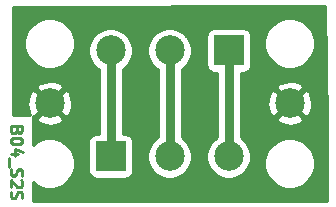
<source format=gbr>
G04 #@! TF.GenerationSoftware,KiCad,Pcbnew,5.1.5-52549c5~86~ubuntu18.04.1*
G04 #@! TF.CreationDate,2020-10-02T17:19:18-05:00*
G04 #@! TF.ProjectId,B04,4230342e-6b69-4636-9164-5f7063625858,rev?*
G04 #@! TF.SameCoordinates,Original*
G04 #@! TF.FileFunction,Copper,L1,Top*
G04 #@! TF.FilePolarity,Positive*
%FSLAX46Y46*%
G04 Gerber Fmt 4.6, Leading zero omitted, Abs format (unit mm)*
G04 Created by KiCad (PCBNEW 5.1.5-52549c5~86~ubuntu18.04.1) date 2020-10-02 17:19:18*
%MOMM*%
%LPD*%
G04 APERTURE LIST*
%ADD10C,0.250000*%
%ADD11C,2.500000*%
%ADD12R,2.500000X2.500000*%
%ADD13C,2.499360*%
%ADD14C,0.750000*%
%ADD15C,0.254000*%
G04 APERTURE END LIST*
D10*
X21026428Y-31167723D02*
X20978809Y-31310580D01*
X20931190Y-31358200D01*
X20835952Y-31405819D01*
X20693095Y-31405819D01*
X20597857Y-31358200D01*
X20550238Y-31310580D01*
X20502619Y-31215342D01*
X20502619Y-30834390D01*
X21502619Y-30834390D01*
X21502619Y-31167723D01*
X21455000Y-31262961D01*
X21407380Y-31310580D01*
X21312142Y-31358200D01*
X21216904Y-31358200D01*
X21121666Y-31310580D01*
X21074047Y-31262961D01*
X21026428Y-31167723D01*
X21026428Y-30834390D01*
X21502619Y-32024866D02*
X21502619Y-32120104D01*
X21455000Y-32215342D01*
X21407380Y-32262961D01*
X21312142Y-32310580D01*
X21121666Y-32358200D01*
X20883571Y-32358200D01*
X20693095Y-32310580D01*
X20597857Y-32262961D01*
X20550238Y-32215342D01*
X20502619Y-32120104D01*
X20502619Y-32024866D01*
X20550238Y-31929628D01*
X20597857Y-31882009D01*
X20693095Y-31834390D01*
X20883571Y-31786771D01*
X21121666Y-31786771D01*
X21312142Y-31834390D01*
X21407380Y-31882009D01*
X21455000Y-31929628D01*
X21502619Y-32024866D01*
X21169285Y-33215342D02*
X20502619Y-33215342D01*
X21550238Y-32977247D02*
X20835952Y-32739152D01*
X20835952Y-33358200D01*
X20407380Y-33501057D02*
X20407380Y-34262961D01*
X20550238Y-34453438D02*
X20502619Y-34596295D01*
X20502619Y-34834390D01*
X20550238Y-34929628D01*
X20597857Y-34977247D01*
X20693095Y-35024866D01*
X20788333Y-35024866D01*
X20883571Y-34977247D01*
X20931190Y-34929628D01*
X20978809Y-34834390D01*
X21026428Y-34643914D01*
X21074047Y-34548676D01*
X21121666Y-34501057D01*
X21216904Y-34453438D01*
X21312142Y-34453438D01*
X21407380Y-34501057D01*
X21455000Y-34548676D01*
X21502619Y-34643914D01*
X21502619Y-34882009D01*
X21455000Y-35024866D01*
X21407380Y-35405819D02*
X21455000Y-35453438D01*
X21502619Y-35548676D01*
X21502619Y-35786771D01*
X21455000Y-35882009D01*
X21407380Y-35929628D01*
X21312142Y-35977247D01*
X21216904Y-35977247D01*
X21074047Y-35929628D01*
X20502619Y-35358200D01*
X20502619Y-35977247D01*
X20550238Y-36358200D02*
X20502619Y-36501057D01*
X20502619Y-36739152D01*
X20550238Y-36834390D01*
X20597857Y-36882009D01*
X20693095Y-36929628D01*
X20788333Y-36929628D01*
X20883571Y-36882009D01*
X20931190Y-36834390D01*
X20978809Y-36739152D01*
X21026428Y-36548676D01*
X21074047Y-36453438D01*
X21121666Y-36405819D01*
X21216904Y-36358200D01*
X21312142Y-36358200D01*
X21407380Y-36405819D01*
X21455000Y-36453438D01*
X21502619Y-36548676D01*
X21502619Y-36786771D01*
X21455000Y-36929628D01*
D11*
X38970000Y-33370600D03*
X33970000Y-33370600D03*
D12*
X28970000Y-33370600D03*
D11*
X28970000Y-24409400D03*
X33970000Y-24409400D03*
D12*
X38970000Y-24409400D03*
D13*
X44130000Y-28890000D03*
X23810000Y-28890000D03*
D14*
X28970000Y-26177166D02*
X28970000Y-33370600D01*
X28970000Y-24409400D02*
X28970000Y-26177166D01*
X33970000Y-24409400D02*
X33970000Y-33370600D01*
X38970000Y-24409400D02*
X38970000Y-33370600D01*
D15*
G36*
X47280001Y-30655467D02*
G01*
X47280001Y-37120000D01*
X22372500Y-37120000D01*
X22372500Y-35551846D01*
X22449017Y-35628363D01*
X22798698Y-35862012D01*
X23187244Y-36022953D01*
X23599721Y-36105000D01*
X24020279Y-36105000D01*
X24432756Y-36022953D01*
X24821302Y-35862012D01*
X25170983Y-35628363D01*
X25468363Y-35330983D01*
X25702012Y-34981302D01*
X25862953Y-34592756D01*
X25945000Y-34180279D01*
X25945000Y-33759721D01*
X25862953Y-33347244D01*
X25702012Y-32958698D01*
X25468363Y-32609017D01*
X25170983Y-32311637D01*
X24885076Y-32120600D01*
X27081928Y-32120600D01*
X27081928Y-34620600D01*
X27094188Y-34745082D01*
X27130498Y-34864780D01*
X27189463Y-34975094D01*
X27268815Y-35071785D01*
X27365506Y-35151137D01*
X27475820Y-35210102D01*
X27595518Y-35246412D01*
X27720000Y-35258672D01*
X30220000Y-35258672D01*
X30344482Y-35246412D01*
X30464180Y-35210102D01*
X30574494Y-35151137D01*
X30671185Y-35071785D01*
X30750537Y-34975094D01*
X30809502Y-34864780D01*
X30845812Y-34745082D01*
X30858072Y-34620600D01*
X30858072Y-32120600D01*
X30845812Y-31996118D01*
X30809502Y-31876420D01*
X30750537Y-31766106D01*
X30671185Y-31669415D01*
X30574494Y-31590063D01*
X30464180Y-31531098D01*
X30344482Y-31494788D01*
X30220000Y-31482528D01*
X29980000Y-31482528D01*
X29980000Y-26001610D01*
X30171618Y-25873575D01*
X30434175Y-25611018D01*
X30640466Y-25302282D01*
X30782561Y-24959234D01*
X30855000Y-24595056D01*
X30855000Y-24223744D01*
X32085000Y-24223744D01*
X32085000Y-24595056D01*
X32157439Y-24959234D01*
X32299534Y-25302282D01*
X32505825Y-25611018D01*
X32768382Y-25873575D01*
X32960000Y-26001610D01*
X32960001Y-31778389D01*
X32768382Y-31906425D01*
X32505825Y-32168982D01*
X32299534Y-32477718D01*
X32157439Y-32820766D01*
X32085000Y-33184944D01*
X32085000Y-33556256D01*
X32157439Y-33920434D01*
X32299534Y-34263482D01*
X32505825Y-34572218D01*
X32768382Y-34834775D01*
X33077118Y-35041066D01*
X33420166Y-35183161D01*
X33784344Y-35255600D01*
X34155656Y-35255600D01*
X34519834Y-35183161D01*
X34862882Y-35041066D01*
X35171618Y-34834775D01*
X35434175Y-34572218D01*
X35640466Y-34263482D01*
X35782561Y-33920434D01*
X35855000Y-33556256D01*
X35855000Y-33184944D01*
X35782561Y-32820766D01*
X35640466Y-32477718D01*
X35434175Y-32168982D01*
X35171618Y-31906425D01*
X34980000Y-31778390D01*
X34980000Y-26001610D01*
X35171618Y-25873575D01*
X35434175Y-25611018D01*
X35640466Y-25302282D01*
X35782561Y-24959234D01*
X35855000Y-24595056D01*
X35855000Y-24223744D01*
X35782561Y-23859566D01*
X35640466Y-23516518D01*
X35434175Y-23207782D01*
X35385793Y-23159400D01*
X37081928Y-23159400D01*
X37081928Y-25659400D01*
X37094188Y-25783882D01*
X37130498Y-25903580D01*
X37189463Y-26013894D01*
X37268815Y-26110585D01*
X37365506Y-26189937D01*
X37475820Y-26248902D01*
X37595518Y-26285212D01*
X37720000Y-26297472D01*
X37960000Y-26297472D01*
X37960001Y-31778389D01*
X37768382Y-31906425D01*
X37505825Y-32168982D01*
X37299534Y-32477718D01*
X37157439Y-32820766D01*
X37085000Y-33184944D01*
X37085000Y-33556256D01*
X37157439Y-33920434D01*
X37299534Y-34263482D01*
X37505825Y-34572218D01*
X37768382Y-34834775D01*
X38077118Y-35041066D01*
X38420166Y-35183161D01*
X38784344Y-35255600D01*
X39155656Y-35255600D01*
X39519834Y-35183161D01*
X39862882Y-35041066D01*
X40171618Y-34834775D01*
X40434175Y-34572218D01*
X40640466Y-34263482D01*
X40782561Y-33920434D01*
X40814528Y-33759721D01*
X41995000Y-33759721D01*
X41995000Y-34180279D01*
X42077047Y-34592756D01*
X42237988Y-34981302D01*
X42471637Y-35330983D01*
X42769017Y-35628363D01*
X43118698Y-35862012D01*
X43507244Y-36022953D01*
X43919721Y-36105000D01*
X44340279Y-36105000D01*
X44752756Y-36022953D01*
X45141302Y-35862012D01*
X45490983Y-35628363D01*
X45788363Y-35330983D01*
X46022012Y-34981302D01*
X46182953Y-34592756D01*
X46265000Y-34180279D01*
X46265000Y-33759721D01*
X46182953Y-33347244D01*
X46022012Y-32958698D01*
X45788363Y-32609017D01*
X45490983Y-32311637D01*
X45141302Y-32077988D01*
X44752756Y-31917047D01*
X44340279Y-31835000D01*
X43919721Y-31835000D01*
X43507244Y-31917047D01*
X43118698Y-32077988D01*
X42769017Y-32311637D01*
X42471637Y-32609017D01*
X42237988Y-32958698D01*
X42077047Y-33347244D01*
X41995000Y-33759721D01*
X40814528Y-33759721D01*
X40855000Y-33556256D01*
X40855000Y-33184944D01*
X40782561Y-32820766D01*
X40640466Y-32477718D01*
X40434175Y-32168982D01*
X40171618Y-31906425D01*
X39980000Y-31778390D01*
X39980000Y-30203377D01*
X42996229Y-30203377D01*
X43122104Y-30493315D01*
X43454262Y-30659139D01*
X43812387Y-30756975D01*
X44182719Y-30783065D01*
X44551025Y-30736405D01*
X44903151Y-30618789D01*
X45137896Y-30493315D01*
X45263771Y-30203377D01*
X44130000Y-29069605D01*
X42996229Y-30203377D01*
X39980000Y-30203377D01*
X39980000Y-28942719D01*
X42236935Y-28942719D01*
X42283595Y-29311025D01*
X42401211Y-29663151D01*
X42526685Y-29897896D01*
X42816623Y-30023771D01*
X43950395Y-28890000D01*
X44309605Y-28890000D01*
X45443377Y-30023771D01*
X45733315Y-29897896D01*
X45899139Y-29565738D01*
X45996975Y-29207613D01*
X46023065Y-28837281D01*
X45976405Y-28468975D01*
X45858789Y-28116849D01*
X45733315Y-27882104D01*
X45443377Y-27756229D01*
X44309605Y-28890000D01*
X43950395Y-28890000D01*
X42816623Y-27756229D01*
X42526685Y-27882104D01*
X42360861Y-28214262D01*
X42263025Y-28572387D01*
X42236935Y-28942719D01*
X39980000Y-28942719D01*
X39980000Y-27576623D01*
X42996229Y-27576623D01*
X44130000Y-28710395D01*
X45263771Y-27576623D01*
X45137896Y-27286685D01*
X44805738Y-27120861D01*
X44447613Y-27023025D01*
X44077281Y-26996935D01*
X43708975Y-27043595D01*
X43356849Y-27161211D01*
X43122104Y-27286685D01*
X42996229Y-27576623D01*
X39980000Y-27576623D01*
X39980000Y-26297472D01*
X40220000Y-26297472D01*
X40344482Y-26285212D01*
X40464180Y-26248902D01*
X40574494Y-26189937D01*
X40671185Y-26110585D01*
X40750537Y-26013894D01*
X40809502Y-25903580D01*
X40845812Y-25783882D01*
X40858072Y-25659400D01*
X40858072Y-23599721D01*
X41995000Y-23599721D01*
X41995000Y-24020279D01*
X42077047Y-24432756D01*
X42237988Y-24821302D01*
X42471637Y-25170983D01*
X42769017Y-25468363D01*
X43118698Y-25702012D01*
X43507244Y-25862953D01*
X43919721Y-25945000D01*
X44340279Y-25945000D01*
X44752756Y-25862953D01*
X45141302Y-25702012D01*
X45490983Y-25468363D01*
X45788363Y-25170983D01*
X46022012Y-24821302D01*
X46182953Y-24432756D01*
X46265000Y-24020279D01*
X46265000Y-23599721D01*
X46182953Y-23187244D01*
X46022012Y-22798698D01*
X45788363Y-22449017D01*
X45490983Y-22151637D01*
X45141302Y-21917988D01*
X44752756Y-21757047D01*
X44340279Y-21675000D01*
X43919721Y-21675000D01*
X43507244Y-21757047D01*
X43118698Y-21917988D01*
X42769017Y-22151637D01*
X42471637Y-22449017D01*
X42237988Y-22798698D01*
X42077047Y-23187244D01*
X41995000Y-23599721D01*
X40858072Y-23599721D01*
X40858072Y-23159400D01*
X40845812Y-23034918D01*
X40809502Y-22915220D01*
X40750537Y-22804906D01*
X40671185Y-22708215D01*
X40574494Y-22628863D01*
X40464180Y-22569898D01*
X40344482Y-22533588D01*
X40220000Y-22521328D01*
X37720000Y-22521328D01*
X37595518Y-22533588D01*
X37475820Y-22569898D01*
X37365506Y-22628863D01*
X37268815Y-22708215D01*
X37189463Y-22804906D01*
X37130498Y-22915220D01*
X37094188Y-23034918D01*
X37081928Y-23159400D01*
X35385793Y-23159400D01*
X35171618Y-22945225D01*
X34862882Y-22738934D01*
X34519834Y-22596839D01*
X34155656Y-22524400D01*
X33784344Y-22524400D01*
X33420166Y-22596839D01*
X33077118Y-22738934D01*
X32768382Y-22945225D01*
X32505825Y-23207782D01*
X32299534Y-23516518D01*
X32157439Y-23859566D01*
X32085000Y-24223744D01*
X30855000Y-24223744D01*
X30782561Y-23859566D01*
X30640466Y-23516518D01*
X30434175Y-23207782D01*
X30171618Y-22945225D01*
X29862882Y-22738934D01*
X29519834Y-22596839D01*
X29155656Y-22524400D01*
X28784344Y-22524400D01*
X28420166Y-22596839D01*
X28077118Y-22738934D01*
X27768382Y-22945225D01*
X27505825Y-23207782D01*
X27299534Y-23516518D01*
X27157439Y-23859566D01*
X27085000Y-24223744D01*
X27085000Y-24595056D01*
X27157439Y-24959234D01*
X27299534Y-25302282D01*
X27505825Y-25611018D01*
X27768382Y-25873575D01*
X27960001Y-26001611D01*
X27960001Y-26127549D01*
X27960000Y-26127559D01*
X27960001Y-31482528D01*
X27720000Y-31482528D01*
X27595518Y-31494788D01*
X27475820Y-31531098D01*
X27365506Y-31590063D01*
X27268815Y-31669415D01*
X27189463Y-31766106D01*
X27130498Y-31876420D01*
X27094188Y-31996118D01*
X27081928Y-32120600D01*
X24885076Y-32120600D01*
X24821302Y-32077988D01*
X24432756Y-31917047D01*
X24020279Y-31835000D01*
X23599721Y-31835000D01*
X23187244Y-31917047D01*
X22798698Y-32077988D01*
X22449017Y-32311637D01*
X22372500Y-32388154D01*
X22372500Y-30203377D01*
X22676229Y-30203377D01*
X22802104Y-30493315D01*
X23134262Y-30659139D01*
X23492387Y-30756975D01*
X23862719Y-30783065D01*
X24231025Y-30736405D01*
X24583151Y-30618789D01*
X24817896Y-30493315D01*
X24943771Y-30203377D01*
X23810000Y-29069605D01*
X22676229Y-30203377D01*
X22372500Y-30203377D01*
X22372500Y-29969884D01*
X22496623Y-30023771D01*
X23630395Y-28890000D01*
X23989605Y-28890000D01*
X25123377Y-30023771D01*
X25413315Y-29897896D01*
X25579139Y-29565738D01*
X25676975Y-29207613D01*
X25703065Y-28837281D01*
X25656405Y-28468975D01*
X25538789Y-28116849D01*
X25413315Y-27882104D01*
X25123377Y-27756229D01*
X23989605Y-28890000D01*
X23630395Y-28890000D01*
X22496623Y-27756229D01*
X22206685Y-27882104D01*
X22040861Y-28214262D01*
X21943025Y-28572387D01*
X21916935Y-28942719D01*
X21963595Y-29311025D01*
X22081211Y-29663151D01*
X22173759Y-29836295D01*
X20726400Y-29836295D01*
X20726400Y-27576623D01*
X22676229Y-27576623D01*
X23810000Y-28710395D01*
X24943771Y-27576623D01*
X24817896Y-27286685D01*
X24485738Y-27120861D01*
X24127613Y-27023025D01*
X23757281Y-26996935D01*
X23388975Y-27043595D01*
X23036849Y-27161211D01*
X22802104Y-27286685D01*
X22676229Y-27576623D01*
X20726400Y-27576623D01*
X20726400Y-23599721D01*
X21675000Y-23599721D01*
X21675000Y-24020279D01*
X21757047Y-24432756D01*
X21917988Y-24821302D01*
X22151637Y-25170983D01*
X22449017Y-25468363D01*
X22798698Y-25702012D01*
X23187244Y-25862953D01*
X23599721Y-25945000D01*
X24020279Y-25945000D01*
X24432756Y-25862953D01*
X24821302Y-25702012D01*
X25170983Y-25468363D01*
X25468363Y-25170983D01*
X25702012Y-24821302D01*
X25862953Y-24432756D01*
X25945000Y-24020279D01*
X25945000Y-23599721D01*
X25862953Y-23187244D01*
X25702012Y-22798698D01*
X25468363Y-22449017D01*
X25170983Y-22151637D01*
X24821302Y-21917988D01*
X24432756Y-21757047D01*
X24020279Y-21675000D01*
X23599721Y-21675000D01*
X23187244Y-21757047D01*
X22798698Y-21917988D01*
X22449017Y-22151637D01*
X22151637Y-22449017D01*
X21917988Y-22798698D01*
X21757047Y-23187244D01*
X21675000Y-23599721D01*
X20726400Y-23599721D01*
X20726400Y-20700879D01*
X47144119Y-20675719D01*
X47280001Y-30655467D01*
G37*
X47280001Y-30655467D02*
X47280001Y-37120000D01*
X22372500Y-37120000D01*
X22372500Y-35551846D01*
X22449017Y-35628363D01*
X22798698Y-35862012D01*
X23187244Y-36022953D01*
X23599721Y-36105000D01*
X24020279Y-36105000D01*
X24432756Y-36022953D01*
X24821302Y-35862012D01*
X25170983Y-35628363D01*
X25468363Y-35330983D01*
X25702012Y-34981302D01*
X25862953Y-34592756D01*
X25945000Y-34180279D01*
X25945000Y-33759721D01*
X25862953Y-33347244D01*
X25702012Y-32958698D01*
X25468363Y-32609017D01*
X25170983Y-32311637D01*
X24885076Y-32120600D01*
X27081928Y-32120600D01*
X27081928Y-34620600D01*
X27094188Y-34745082D01*
X27130498Y-34864780D01*
X27189463Y-34975094D01*
X27268815Y-35071785D01*
X27365506Y-35151137D01*
X27475820Y-35210102D01*
X27595518Y-35246412D01*
X27720000Y-35258672D01*
X30220000Y-35258672D01*
X30344482Y-35246412D01*
X30464180Y-35210102D01*
X30574494Y-35151137D01*
X30671185Y-35071785D01*
X30750537Y-34975094D01*
X30809502Y-34864780D01*
X30845812Y-34745082D01*
X30858072Y-34620600D01*
X30858072Y-32120600D01*
X30845812Y-31996118D01*
X30809502Y-31876420D01*
X30750537Y-31766106D01*
X30671185Y-31669415D01*
X30574494Y-31590063D01*
X30464180Y-31531098D01*
X30344482Y-31494788D01*
X30220000Y-31482528D01*
X29980000Y-31482528D01*
X29980000Y-26001610D01*
X30171618Y-25873575D01*
X30434175Y-25611018D01*
X30640466Y-25302282D01*
X30782561Y-24959234D01*
X30855000Y-24595056D01*
X30855000Y-24223744D01*
X32085000Y-24223744D01*
X32085000Y-24595056D01*
X32157439Y-24959234D01*
X32299534Y-25302282D01*
X32505825Y-25611018D01*
X32768382Y-25873575D01*
X32960000Y-26001610D01*
X32960001Y-31778389D01*
X32768382Y-31906425D01*
X32505825Y-32168982D01*
X32299534Y-32477718D01*
X32157439Y-32820766D01*
X32085000Y-33184944D01*
X32085000Y-33556256D01*
X32157439Y-33920434D01*
X32299534Y-34263482D01*
X32505825Y-34572218D01*
X32768382Y-34834775D01*
X33077118Y-35041066D01*
X33420166Y-35183161D01*
X33784344Y-35255600D01*
X34155656Y-35255600D01*
X34519834Y-35183161D01*
X34862882Y-35041066D01*
X35171618Y-34834775D01*
X35434175Y-34572218D01*
X35640466Y-34263482D01*
X35782561Y-33920434D01*
X35855000Y-33556256D01*
X35855000Y-33184944D01*
X35782561Y-32820766D01*
X35640466Y-32477718D01*
X35434175Y-32168982D01*
X35171618Y-31906425D01*
X34980000Y-31778390D01*
X34980000Y-26001610D01*
X35171618Y-25873575D01*
X35434175Y-25611018D01*
X35640466Y-25302282D01*
X35782561Y-24959234D01*
X35855000Y-24595056D01*
X35855000Y-24223744D01*
X35782561Y-23859566D01*
X35640466Y-23516518D01*
X35434175Y-23207782D01*
X35385793Y-23159400D01*
X37081928Y-23159400D01*
X37081928Y-25659400D01*
X37094188Y-25783882D01*
X37130498Y-25903580D01*
X37189463Y-26013894D01*
X37268815Y-26110585D01*
X37365506Y-26189937D01*
X37475820Y-26248902D01*
X37595518Y-26285212D01*
X37720000Y-26297472D01*
X37960000Y-26297472D01*
X37960001Y-31778389D01*
X37768382Y-31906425D01*
X37505825Y-32168982D01*
X37299534Y-32477718D01*
X37157439Y-32820766D01*
X37085000Y-33184944D01*
X37085000Y-33556256D01*
X37157439Y-33920434D01*
X37299534Y-34263482D01*
X37505825Y-34572218D01*
X37768382Y-34834775D01*
X38077118Y-35041066D01*
X38420166Y-35183161D01*
X38784344Y-35255600D01*
X39155656Y-35255600D01*
X39519834Y-35183161D01*
X39862882Y-35041066D01*
X40171618Y-34834775D01*
X40434175Y-34572218D01*
X40640466Y-34263482D01*
X40782561Y-33920434D01*
X40814528Y-33759721D01*
X41995000Y-33759721D01*
X41995000Y-34180279D01*
X42077047Y-34592756D01*
X42237988Y-34981302D01*
X42471637Y-35330983D01*
X42769017Y-35628363D01*
X43118698Y-35862012D01*
X43507244Y-36022953D01*
X43919721Y-36105000D01*
X44340279Y-36105000D01*
X44752756Y-36022953D01*
X45141302Y-35862012D01*
X45490983Y-35628363D01*
X45788363Y-35330983D01*
X46022012Y-34981302D01*
X46182953Y-34592756D01*
X46265000Y-34180279D01*
X46265000Y-33759721D01*
X46182953Y-33347244D01*
X46022012Y-32958698D01*
X45788363Y-32609017D01*
X45490983Y-32311637D01*
X45141302Y-32077988D01*
X44752756Y-31917047D01*
X44340279Y-31835000D01*
X43919721Y-31835000D01*
X43507244Y-31917047D01*
X43118698Y-32077988D01*
X42769017Y-32311637D01*
X42471637Y-32609017D01*
X42237988Y-32958698D01*
X42077047Y-33347244D01*
X41995000Y-33759721D01*
X40814528Y-33759721D01*
X40855000Y-33556256D01*
X40855000Y-33184944D01*
X40782561Y-32820766D01*
X40640466Y-32477718D01*
X40434175Y-32168982D01*
X40171618Y-31906425D01*
X39980000Y-31778390D01*
X39980000Y-30203377D01*
X42996229Y-30203377D01*
X43122104Y-30493315D01*
X43454262Y-30659139D01*
X43812387Y-30756975D01*
X44182719Y-30783065D01*
X44551025Y-30736405D01*
X44903151Y-30618789D01*
X45137896Y-30493315D01*
X45263771Y-30203377D01*
X44130000Y-29069605D01*
X42996229Y-30203377D01*
X39980000Y-30203377D01*
X39980000Y-28942719D01*
X42236935Y-28942719D01*
X42283595Y-29311025D01*
X42401211Y-29663151D01*
X42526685Y-29897896D01*
X42816623Y-30023771D01*
X43950395Y-28890000D01*
X44309605Y-28890000D01*
X45443377Y-30023771D01*
X45733315Y-29897896D01*
X45899139Y-29565738D01*
X45996975Y-29207613D01*
X46023065Y-28837281D01*
X45976405Y-28468975D01*
X45858789Y-28116849D01*
X45733315Y-27882104D01*
X45443377Y-27756229D01*
X44309605Y-28890000D01*
X43950395Y-28890000D01*
X42816623Y-27756229D01*
X42526685Y-27882104D01*
X42360861Y-28214262D01*
X42263025Y-28572387D01*
X42236935Y-28942719D01*
X39980000Y-28942719D01*
X39980000Y-27576623D01*
X42996229Y-27576623D01*
X44130000Y-28710395D01*
X45263771Y-27576623D01*
X45137896Y-27286685D01*
X44805738Y-27120861D01*
X44447613Y-27023025D01*
X44077281Y-26996935D01*
X43708975Y-27043595D01*
X43356849Y-27161211D01*
X43122104Y-27286685D01*
X42996229Y-27576623D01*
X39980000Y-27576623D01*
X39980000Y-26297472D01*
X40220000Y-26297472D01*
X40344482Y-26285212D01*
X40464180Y-26248902D01*
X40574494Y-26189937D01*
X40671185Y-26110585D01*
X40750537Y-26013894D01*
X40809502Y-25903580D01*
X40845812Y-25783882D01*
X40858072Y-25659400D01*
X40858072Y-23599721D01*
X41995000Y-23599721D01*
X41995000Y-24020279D01*
X42077047Y-24432756D01*
X42237988Y-24821302D01*
X42471637Y-25170983D01*
X42769017Y-25468363D01*
X43118698Y-25702012D01*
X43507244Y-25862953D01*
X43919721Y-25945000D01*
X44340279Y-25945000D01*
X44752756Y-25862953D01*
X45141302Y-25702012D01*
X45490983Y-25468363D01*
X45788363Y-25170983D01*
X46022012Y-24821302D01*
X46182953Y-24432756D01*
X46265000Y-24020279D01*
X46265000Y-23599721D01*
X46182953Y-23187244D01*
X46022012Y-22798698D01*
X45788363Y-22449017D01*
X45490983Y-22151637D01*
X45141302Y-21917988D01*
X44752756Y-21757047D01*
X44340279Y-21675000D01*
X43919721Y-21675000D01*
X43507244Y-21757047D01*
X43118698Y-21917988D01*
X42769017Y-22151637D01*
X42471637Y-22449017D01*
X42237988Y-22798698D01*
X42077047Y-23187244D01*
X41995000Y-23599721D01*
X40858072Y-23599721D01*
X40858072Y-23159400D01*
X40845812Y-23034918D01*
X40809502Y-22915220D01*
X40750537Y-22804906D01*
X40671185Y-22708215D01*
X40574494Y-22628863D01*
X40464180Y-22569898D01*
X40344482Y-22533588D01*
X40220000Y-22521328D01*
X37720000Y-22521328D01*
X37595518Y-22533588D01*
X37475820Y-22569898D01*
X37365506Y-22628863D01*
X37268815Y-22708215D01*
X37189463Y-22804906D01*
X37130498Y-22915220D01*
X37094188Y-23034918D01*
X37081928Y-23159400D01*
X35385793Y-23159400D01*
X35171618Y-22945225D01*
X34862882Y-22738934D01*
X34519834Y-22596839D01*
X34155656Y-22524400D01*
X33784344Y-22524400D01*
X33420166Y-22596839D01*
X33077118Y-22738934D01*
X32768382Y-22945225D01*
X32505825Y-23207782D01*
X32299534Y-23516518D01*
X32157439Y-23859566D01*
X32085000Y-24223744D01*
X30855000Y-24223744D01*
X30782561Y-23859566D01*
X30640466Y-23516518D01*
X30434175Y-23207782D01*
X30171618Y-22945225D01*
X29862882Y-22738934D01*
X29519834Y-22596839D01*
X29155656Y-22524400D01*
X28784344Y-22524400D01*
X28420166Y-22596839D01*
X28077118Y-22738934D01*
X27768382Y-22945225D01*
X27505825Y-23207782D01*
X27299534Y-23516518D01*
X27157439Y-23859566D01*
X27085000Y-24223744D01*
X27085000Y-24595056D01*
X27157439Y-24959234D01*
X27299534Y-25302282D01*
X27505825Y-25611018D01*
X27768382Y-25873575D01*
X27960001Y-26001611D01*
X27960001Y-26127549D01*
X27960000Y-26127559D01*
X27960001Y-31482528D01*
X27720000Y-31482528D01*
X27595518Y-31494788D01*
X27475820Y-31531098D01*
X27365506Y-31590063D01*
X27268815Y-31669415D01*
X27189463Y-31766106D01*
X27130498Y-31876420D01*
X27094188Y-31996118D01*
X27081928Y-32120600D01*
X24885076Y-32120600D01*
X24821302Y-32077988D01*
X24432756Y-31917047D01*
X24020279Y-31835000D01*
X23599721Y-31835000D01*
X23187244Y-31917047D01*
X22798698Y-32077988D01*
X22449017Y-32311637D01*
X22372500Y-32388154D01*
X22372500Y-30203377D01*
X22676229Y-30203377D01*
X22802104Y-30493315D01*
X23134262Y-30659139D01*
X23492387Y-30756975D01*
X23862719Y-30783065D01*
X24231025Y-30736405D01*
X24583151Y-30618789D01*
X24817896Y-30493315D01*
X24943771Y-30203377D01*
X23810000Y-29069605D01*
X22676229Y-30203377D01*
X22372500Y-30203377D01*
X22372500Y-29969884D01*
X22496623Y-30023771D01*
X23630395Y-28890000D01*
X23989605Y-28890000D01*
X25123377Y-30023771D01*
X25413315Y-29897896D01*
X25579139Y-29565738D01*
X25676975Y-29207613D01*
X25703065Y-28837281D01*
X25656405Y-28468975D01*
X25538789Y-28116849D01*
X25413315Y-27882104D01*
X25123377Y-27756229D01*
X23989605Y-28890000D01*
X23630395Y-28890000D01*
X22496623Y-27756229D01*
X22206685Y-27882104D01*
X22040861Y-28214262D01*
X21943025Y-28572387D01*
X21916935Y-28942719D01*
X21963595Y-29311025D01*
X22081211Y-29663151D01*
X22173759Y-29836295D01*
X20726400Y-29836295D01*
X20726400Y-27576623D01*
X22676229Y-27576623D01*
X23810000Y-28710395D01*
X24943771Y-27576623D01*
X24817896Y-27286685D01*
X24485738Y-27120861D01*
X24127613Y-27023025D01*
X23757281Y-26996935D01*
X23388975Y-27043595D01*
X23036849Y-27161211D01*
X22802104Y-27286685D01*
X22676229Y-27576623D01*
X20726400Y-27576623D01*
X20726400Y-23599721D01*
X21675000Y-23599721D01*
X21675000Y-24020279D01*
X21757047Y-24432756D01*
X21917988Y-24821302D01*
X22151637Y-25170983D01*
X22449017Y-25468363D01*
X22798698Y-25702012D01*
X23187244Y-25862953D01*
X23599721Y-25945000D01*
X24020279Y-25945000D01*
X24432756Y-25862953D01*
X24821302Y-25702012D01*
X25170983Y-25468363D01*
X25468363Y-25170983D01*
X25702012Y-24821302D01*
X25862953Y-24432756D01*
X25945000Y-24020279D01*
X25945000Y-23599721D01*
X25862953Y-23187244D01*
X25702012Y-22798698D01*
X25468363Y-22449017D01*
X25170983Y-22151637D01*
X24821302Y-21917988D01*
X24432756Y-21757047D01*
X24020279Y-21675000D01*
X23599721Y-21675000D01*
X23187244Y-21757047D01*
X22798698Y-21917988D01*
X22449017Y-22151637D01*
X22151637Y-22449017D01*
X21917988Y-22798698D01*
X21757047Y-23187244D01*
X21675000Y-23599721D01*
X20726400Y-23599721D01*
X20726400Y-20700879D01*
X47144119Y-20675719D01*
X47280001Y-30655467D01*
M02*

</source>
